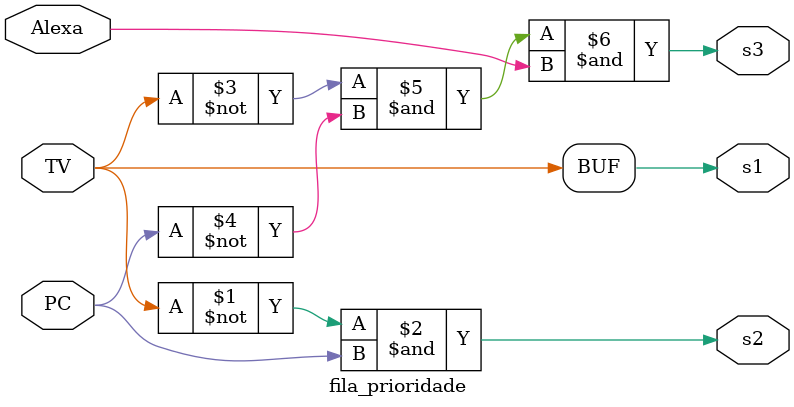
<source format=v>
module fila_prioridade(TV, PC, Alexa, s1, s2, s3);

    input TV, PC, Alexa;
    output s1, s2, s3;

    assign s1 = TV;
    assign s2 = ~TV & PC;
    assign s3 = ~TV & ~PC & Alexa;

endmodule
</source>
